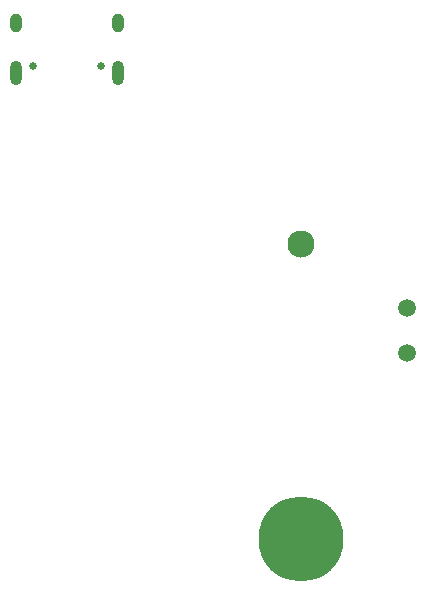
<source format=gbs>
G04 #@! TF.GenerationSoftware,KiCad,Pcbnew,6.0.7*
G04 #@! TF.CreationDate,2022-08-31T22:31:15-07:00*
G04 #@! TF.ProjectId,gbpunk,67627075-6e6b-42e6-9b69-6361645f7063,v4.0*
G04 #@! TF.SameCoordinates,Original*
G04 #@! TF.FileFunction,Soldermask,Bot*
G04 #@! TF.FilePolarity,Negative*
%FSLAX46Y46*%
G04 Gerber Fmt 4.6, Leading zero omitted, Abs format (unit mm)*
G04 Created by KiCad (PCBNEW 6.0.7) date 2022-08-31 22:31:15*
%MOMM*%
%LPD*%
G01*
G04 APERTURE LIST*
%ADD10C,7.200000*%
%ADD11C,2.300000*%
%ADD12C,1.500000*%
%ADD13C,0.650000*%
%ADD14O,1.000000X2.100000*%
%ADD15O,1.000000X1.600000*%
G04 APERTURE END LIST*
D10*
G04 #@! TO.C,MK1*
X100000000Y-84650000D03*
G04 #@! TD*
D11*
G04 #@! TO.C,MK2*
X100000000Y-59650000D03*
G04 #@! TD*
D12*
G04 #@! TO.C,Y1*
X109000000Y-68900000D03*
X109000000Y-65100000D03*
G04 #@! TD*
D13*
G04 #@! TO.C,P1*
X83070000Y-44620000D03*
X77290000Y-44620000D03*
D14*
X84500000Y-45150000D03*
X75860000Y-45150000D03*
D15*
X84500000Y-40970000D03*
X75860000Y-40970000D03*
G04 #@! TD*
M02*

</source>
